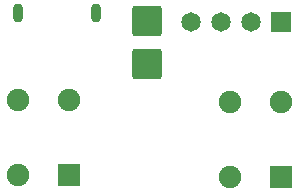
<source format=gbs>
G04 #@! TF.GenerationSoftware,KiCad,Pcbnew,8.0.9-8.0.9-0~ubuntu24.04.1*
G04 #@! TF.CreationDate,2025-10-28T13:37:42-07:00*
G04 #@! TF.ProjectId,PoNS,506f4e53-2e6b-4696-9361-645f70636258,rev?*
G04 #@! TF.SameCoordinates,Original*
G04 #@! TF.FileFunction,Soldermask,Bot*
G04 #@! TF.FilePolarity,Negative*
%FSLAX46Y46*%
G04 Gerber Fmt 4.6, Leading zero omitted, Abs format (unit mm)*
G04 Created by KiCad (PCBNEW 8.0.9-8.0.9-0~ubuntu24.04.1) date 2025-10-28 13:37:42*
%MOMM*%
%LPD*%
G01*
G04 APERTURE LIST*
G04 Aperture macros list*
%AMRoundRect*
0 Rectangle with rounded corners*
0 $1 Rounding radius*
0 $2 $3 $4 $5 $6 $7 $8 $9 X,Y pos of 4 corners*
0 Add a 4 corners polygon primitive as box body*
4,1,4,$2,$3,$4,$5,$6,$7,$8,$9,$2,$3,0*
0 Add four circle primitives for the rounded corners*
1,1,$1+$1,$2,$3*
1,1,$1+$1,$4,$5*
1,1,$1+$1,$6,$7*
1,1,$1+$1,$8,$9*
0 Add four rect primitives between the rounded corners*
20,1,$1+$1,$2,$3,$4,$5,0*
20,1,$1+$1,$4,$5,$6,$7,0*
20,1,$1+$1,$6,$7,$8,$9,0*
20,1,$1+$1,$8,$9,$2,$3,0*%
G04 Aperture macros list end*
%ADD10RoundRect,0.249999X-1.025001X-1.025001X1.025001X-1.025001X1.025001X1.025001X-1.025001X1.025001X0*%
%ADD11R,1.905000X1.905000*%
%ADD12C,1.905000*%
%ADD13C,1.651000*%
%ADD14R,1.651000X1.651000*%
%ADD15O,0.900000X1.600000*%
G04 APERTURE END LIST*
D10*
X149352000Y-66446400D03*
X149352000Y-62788800D03*
D11*
X142773400Y-75819000D03*
D12*
X138455400Y-75819000D03*
X138455400Y-69453000D03*
X142773400Y-69453000D03*
D11*
X160655000Y-76022200D03*
D12*
X156337000Y-76022200D03*
X156337000Y-69656200D03*
X160655000Y-69656200D03*
D13*
X153111200Y-62890400D03*
X155651200Y-62890400D03*
X158191200Y-62890400D03*
D14*
X160731200Y-62890400D03*
D15*
X138393900Y-62166500D03*
X144993900Y-62166500D03*
M02*

</source>
